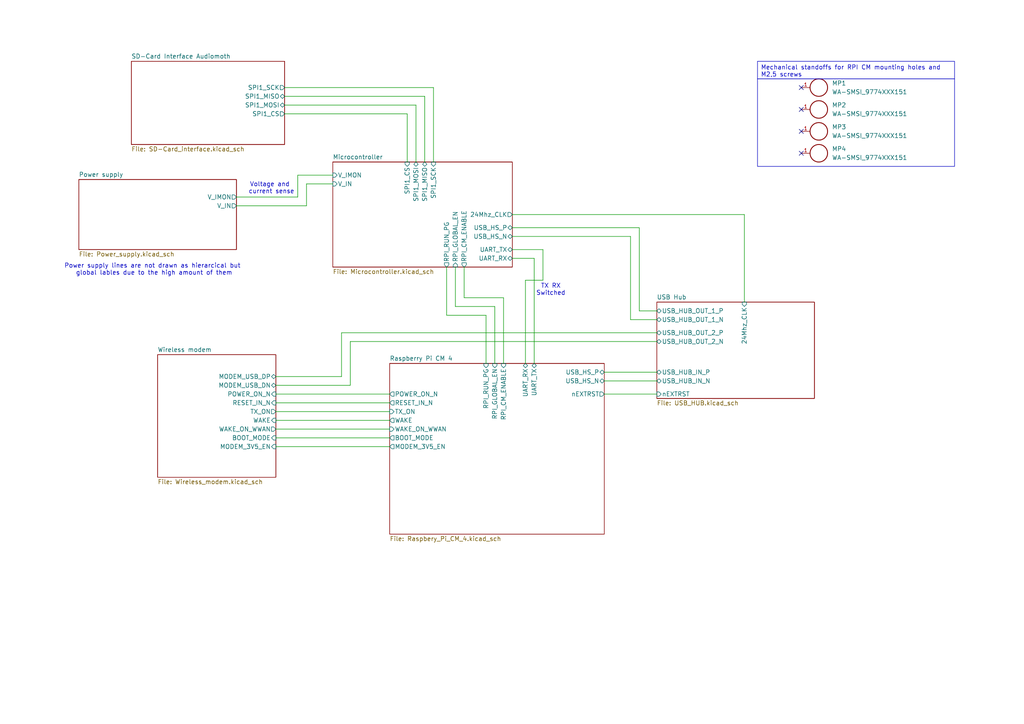
<source format=kicad_sch>
(kicad_sch (version 20250114) (generator "eeschema") (generator_version "9.0")
  (paper "A4")
  (lib_symbols
    (symbol "WA-SMSI_9774XXX151:WA-SMSI_9774XXX151" (pin_names (offset 1.016))
      (property "Reference" "MP" (at 0 3.556 0))
      (symbol "WA-SMSI_9774XXX151_0_0"
        (circle (center 0 0) (radius 2.54) (stroke (width 0.254)))
        (pin passive line (at -5.08 0 0) (length 2.54) (name "~") (number "1"))
      )
    )
  )
  (text "TX RX\nSwitched" (at 159.766 84.074 0) (effects (font (size 1.27 1.27))))
  (text "Voltage and \ncurrent sense" (at 78.74 54.61 0) (effects (font (size 1.27 1.27))))
  (text "Power supply lines are not drawn as hierarcical but \nglobal lables due to the high amount of them" (at 44.704 78.232 0) (effects (font (size 1.27 1.27))))
  (text_box " " (at 219.71 22.86 0) (size 57.15 25.4) (margins 0.9525 0.9525 0.9525 0.9525) (effects (font (size 1.27 1.27)) (justify left top)))
  (text_box "Mechanical standoffs for RPI CM mounting holes and M2,5 screws" (at 219.71 17.78 0) (size 57.15 5.08) (margins 0.9525 0.9525 0.9525 0.9525) (effects (font (size 1.27 1.27)) (justify left top)))
  (no_connect (at 232.41 38.1))
  (no_connect (at 232.41 25.4))
  (no_connect (at 232.41 31.75))
  (no_connect (at 232.41 44.45))
  (wire (pts (xy 157.48 72.39) (xy 157.48 81.28)))
  (wire (pts (xy 80.01 127) (xy 113.03 127)))
  (wire (pts (xy 118.11 33.02) (xy 118.11 46.99)))
  (wire (pts (xy 140.97 91.44) (xy 129.54 91.44)))
  (wire (pts (xy 175.26 107.95) (xy 190.5 107.95)))
  (wire (pts (xy 123.19 27.94) (xy 123.19 46.99)))
  (wire (pts (xy 80.01 111.76) (xy 101.6 111.76)))
  (wire (pts (xy 175.26 110.49) (xy 190.5 110.49)))
  (wire (pts (xy 182.88 92.71) (xy 182.88 68.58)))
  (wire (pts (xy 152.4 81.28) (xy 152.4 105.41)))
  (wire (pts (xy 99.06 109.22) (xy 80.01 109.22)))
  (wire (pts (xy 146.05 86.36) (xy 146.05 105.41)))
  (wire (pts (xy 80.01 129.54) (xy 113.03 129.54)))
  (wire (pts (xy 101.6 111.76) (xy 101.6 99.06)))
  (wire (pts (xy 86.36 57.15) (xy 86.36 50.8)))
  (wire (pts (xy 120.65 30.48) (xy 82.55 30.48)))
  (wire (pts (xy 182.88 68.58) (xy 148.59 68.58)))
  (wire (pts (xy 215.9 87.63) (xy 215.9 62.23)))
  (wire (pts (xy 125.73 25.4) (xy 82.55 25.4)))
  (wire (pts (xy 134.62 86.36) (xy 146.05 86.36)))
  (wire (pts (xy 80.01 114.3) (xy 113.03 114.3)))
  (wire (pts (xy 125.73 46.99) (xy 125.73 25.4)))
  (wire (pts (xy 157.48 81.28) (xy 152.4 81.28)))
  (wire (pts (xy 82.55 27.94) (xy 123.19 27.94)))
  (wire (pts (xy 86.36 50.8) (xy 96.52 50.8)))
  (wire (pts (xy 82.55 33.02) (xy 118.11 33.02)))
  (wire (pts (xy 99.06 96.52) (xy 99.06 109.22)))
  (wire (pts (xy 140.97 91.44) (xy 140.97 105.41)))
  (wire (pts (xy 134.62 77.47) (xy 134.62 86.36)))
  (wire (pts (xy 175.26 114.3) (xy 190.5 114.3)))
  (wire (pts (xy 80.01 124.46) (xy 113.03 124.46)))
  (wire (pts (xy 88.9 53.34) (xy 96.52 53.34)))
  (wire (pts (xy 190.5 92.71) (xy 182.88 92.71)))
  (wire (pts (xy 80.01 121.92) (xy 113.03 121.92)))
  (wire (pts (xy 80.01 119.38) (xy 113.03 119.38)))
  (wire (pts (xy 129.54 91.44) (xy 129.54 77.47)))
  (wire (pts (xy 190.5 96.52) (xy 99.06 96.52)))
  (wire (pts (xy 185.42 90.17) (xy 185.42 66.04)))
  (wire (pts (xy 88.9 59.69) (xy 68.58 59.69)))
  (wire (pts (xy 148.59 72.39) (xy 157.48 72.39)))
  (wire (pts (xy 148.59 74.93) (xy 154.94 74.93)))
  (wire (pts (xy 143.51 88.9) (xy 143.51 105.41)))
  (wire (pts (xy 185.42 66.04) (xy 148.59 66.04)))
  (wire (pts (xy 120.65 46.99) (xy 120.65 30.48)))
  (wire (pts (xy 101.6 99.06) (xy 190.5 99.06)))
  (wire (pts (xy 80.01 116.84) (xy 113.03 116.84)))
  (wire (pts (xy 215.9 62.23) (xy 148.59 62.23)))
  (wire (pts (xy 88.9 53.34) (xy 88.9 59.69)))
  (wire (pts (xy 132.08 88.9) (xy 143.51 88.9)))
  (wire (pts (xy 132.08 77.47) (xy 132.08 88.9)))
  (wire (pts (xy 68.58 57.15) (xy 86.36 57.15)))
  (wire (pts (xy 154.94 74.93) (xy 154.94 105.41)))
  (wire (pts (xy 190.5 90.17) (xy 185.42 90.17)))
  (symbol (lib_id "WA-SMSI_9774XXX151:WA-SMSI_9774XXX151") (at 237.49 44.45 0) (unit 1)
    (property "Reference" "MP4" (at 241.3 43.1799 0) (effects (justify left)))
    (property "Value" "WA-SMSI_9774XXX151" (at 241.3 45.7199 0) (effects (justify left)))
    (property "Footprint" "WA-SMSI_9774XXX151:WA-SMSI_9774030151" (effects (hide yes)))
    (property "Check_prices" "https://www.snapeda.com/parts/9774030151R/Wurth+Electronics/view-part/?ref=eda" (effects (hide yes)))
    (property "MF" "Wurth Electronics" (effects (hide yes)))
    (property "THREAD" "M2.5" (effects (hide yes)))
    (property "INNER-DIAMETER" "3.5mm" (effects (hide yes)))
    (property "Package" "None" (effects (hide yes)))
    (property "Price" "None" (effects (hide yes)))
    (property "PIN-LENGTH" "3mm" (effects (hide yes)))
    (property "INNER-THREAD-LENGTH" "-" (effects (hide yes)))
    (property "VALUE" "M2.5 x 3mm" (effects (hide yes)))
    (property "Availability" "In Stock" (effects (hide yes)))
    (property "SnapEDA_Link" "https://www.snapeda.com/parts/9774030151R/Wurth+Electronics/view-part/?ref=snap" (effects (hide yes)))
    (property "DATASHEET-URL" "https://www.we-online.com/catalog/datasheet/9774030151R.pdf" (effects (hide yes)))
    (property "MP" "9774030151R" (effects (hide yes)))
    (property "PART-NUMBER" "9774030151R" (effects (hide yes)))
    (property "OUTER-DIAMETER" "5.1mm" (effects (hide yes)))
    (property "Description_1" "steel, tin plated with internal thread M2.5 non stop outer Ø 5.1mm, reduced to 3.5mm on PCB-side for a borehole body length 3mm on Reel, with Polyimide Tape" (effects (hide yes)))
    (property "Part-no" "9774030151R" (effects (hide yes)))
  )
  (symbol (lib_id "WA-SMSI_9774XXX151:WA-SMSI_9774XXX151") (at 237.49 38.1 0) (unit 1)
    (property "Reference" "MP3" (at 241.3 36.8299 0) (effects (justify left)))
    (property "Value" "WA-SMSI_9774XXX151" (at 241.3 39.3699 0) (effects (justify left)))
    (property "Footprint" "WA-SMSI_9774XXX151:WA-SMSI_9774030151" (effects (hide yes)))
    (property "Check_prices" "https://www.snapeda.com/parts/9774030151R/Wurth+Electronics/view-part/?ref=eda" (effects (hide yes)))
    (property "MF" "Wurth Electronics" (effects (hide yes)))
    (property "THREAD" "M2.5" (effects (hide yes)))
    (property "INNER-DIAMETER" "3.5mm" (effects (hide yes)))
    (property "Package" "None" (effects (hide yes)))
    (property "Price" "None" (effects (hide yes)))
    (property "PIN-LENGTH" "3mm" (effects (hide yes)))
    (property "INNER-THREAD-LENGTH" "-" (effects (hide yes)))
    (property "VALUE" "M2.5 x 3mm" (effects (hide yes)))
    (property "Availability" "In Stock" (effects (hide yes)))
    (property "SnapEDA_Link" "https://www.snapeda.com/parts/9774030151R/Wurth+Electronics/view-part/?ref=snap" (effects (hide yes)))
    (property "DATASHEET-URL" "https://www.we-online.com/catalog/datasheet/9774030151R.pdf" (effects (hide yes)))
    (property "MP" "9774030151R" (effects (hide yes)))
    (property "PART-NUMBER" "9774030151R" (effects (hide yes)))
    (property "OUTER-DIAMETER" "5.1mm" (effects (hide yes)))
    (property "Description_1" "steel, tin plated with internal thread M2.5 non stop outer Ø 5.1mm, reduced to 3.5mm on PCB-side for a borehole body length 3mm on Reel, with Polyimide Tape" (effects (hide yes)))
    (property "Part-no" "9774030151R" (effects (hide yes)))
  )
  (symbol (lib_id "WA-SMSI_9774XXX151:WA-SMSI_9774XXX151") (at 237.49 25.4 0) (unit 1)
    (property "Reference" "MP1" (at 241.3 24.1299 0) (effects (justify left)))
    (property "Value" "WA-SMSI_9774XXX151" (at 241.3 26.6699 0) (effects (justify left)))
    (property "Footprint" "WA-SMSI_9774XXX151:WA-SMSI_9774030151" (effects (hide yes)))
    (property "Check_prices" "https://www.snapeda.com/parts/9774030151R/Wurth+Electronics/view-part/?ref=eda" (effects (hide yes)))
    (property "MF" "Wurth Electronics" (effects (hide yes)))
    (property "THREAD" "M2.5" (effects (hide yes)))
    (property "INNER-DIAMETER" "3.5mm" (effects (hide yes)))
    (property "Package" "None" (effects (hide yes)))
    (property "Price" "None" (effects (hide yes)))
    (property "PIN-LENGTH" "3mm" (effects (hide yes)))
    (property "INNER-THREAD-LENGTH" "-" (effects (hide yes)))
    (property "VALUE" "M2.5 x 3mm" (effects (hide yes)))
    (property "Availability" "In Stock" (effects (hide yes)))
    (property "SnapEDA_Link" "https://www.snapeda.com/parts/9774030151R/Wurth+Electronics/view-part/?ref=snap" (effects (hide yes)))
    (property "DATASHEET-URL" "https://www.we-online.com/catalog/datasheet/9774030151R.pdf" (effects (hide yes)))
    (property "MP" "9774030151R" (effects (hide yes)))
    (property "PART-NUMBER" "9774030151R" (effects (hide yes)))
    (property "OUTER-DIAMETER" "5.1mm" (effects (hide yes)))
    (property "Description_1" "steel, tin plated with internal thread M2.5 non stop outer Ø 5.1mm, reduced to 3.5mm on PCB-side for a borehole body length 3mm on Reel, with Polyimide Tape" (effects (hide yes)))
    (property "Part-no" "9774030151R" (effects (hide yes)))
  )
  (symbol (lib_id "WA-SMSI_9774XXX151:WA-SMSI_9774XXX151") (at 237.49 31.75 0) (unit 1)
    (property "Reference" "MP2" (at 241.3 30.4799 0) (effects (justify left)))
    (property "Value" "WA-SMSI_9774XXX151" (at 241.3 33.0199 0) (effects (justify left)))
    (property "Footprint" "WA-SMSI_9774XXX151:WA-SMSI_9774030151" (effects (hide yes)))
    (property "Check_prices" "https://www.snapeda.com/parts/9774030151R/Wurth+Electronics/view-part/?ref=eda" (effects (hide yes)))
    (property "MF" "Wurth Electronics" (effects (hide yes)))
    (property "THREAD" "M2.5" (effects (hide yes)))
    (property "INNER-DIAMETER" "3.5mm" (effects (hide yes)))
    (property "Package" "None" (effects (hide yes)))
    (property "Price" "None" (effects (hide yes)))
    (property "PIN-LENGTH" "3mm" (effects (hide yes)))
    (property "INNER-THREAD-LENGTH" "-" (effects (hide yes)))
    (property "VALUE" "M2.5 x 3mm" (effects (hide yes)))
    (property "Availability" "In Stock" (effects (hide yes)))
    (property "SnapEDA_Link" "https://www.snapeda.com/parts/9774030151R/Wurth+Electronics/view-part/?ref=snap" (effects (hide yes)))
    (property "DATASHEET-URL" "https://www.we-online.com/catalog/datasheet/9774030151R.pdf" (effects (hide yes)))
    (property "MP" "9774030151R" (effects (hide yes)))
    (property "PART-NUMBER" "9774030151R" (effects (hide yes)))
    (property "OUTER-DIAMETER" "5.1mm" (effects (hide yes)))
    (property "Description_1" "steel, tin plated with internal thread M2.5 non stop outer Ø 5.1mm, reduced to 3.5mm on PCB-side for a borehole body length 3mm on Reel, with Polyimide Tape" (effects (hide yes)))
    (property "Part-no" "9774030151R" (effects (hide yes)))
  )
  (sheet (at 45.72 102.87) (size 34.29 35.56) (stroke (width 0.1524))
    (property "Sheetname" "Wireless modem" (at 45.72 102.1584 0) (effects (justify left bottom)))
    (property "Sheetfile" "Wireless_modem.kicad_sch" (at 45.72 139.0146 0) (effects (justify left top)))
    (pin "BOOT_MODE" input (at 80.01 127 0))
    (pin "MODEM_USB_DN" bidirectional (at 80.01 111.76 0))
    (pin "MODEM_USB_DP" bidirectional (at 80.01 109.22 0))
    (pin "POWER_ON_N" input (at 80.01 114.3 0))
    (pin "RESET_IN_N" input (at 80.01 116.84 0))
    (pin "TX_ON" output (at 80.01 119.38 0))
    (pin "WAKE" input (at 80.01 121.92 0))
    (pin "WAKE_ON_WWAN" output (at 80.01 124.46 0))
    (pin "MODEM_3V5_EN" input (at 80.01 129.54 0))
  )
  (sheet (at 113.03 105.41) (size 62.23 49.53) (stroke (width 0.1524))
    (property "Sheetname" "Raspberry Pi CM 4" (at 113.03 104.6984 0) (effects (justify left bottom)))
    (property "Sheetfile" "Raspbery_Pi_CM_4.kicad_sch" (at 113.03 155.5246 0) (effects (justify left top)))
    (pin "BOOT_MODE" output (at 113.03 127 180))
    (pin "POWER_ON_N" output (at 113.03 114.3 180))
    (pin "RESET_IN_N" output (at 113.03 116.84 180))
    (pin "TX_ON" input (at 113.03 119.38 180))
    (pin "USB_HS_N" bidirectional (at 175.26 110.49 0))
    (pin "USB_HS_P" bidirectional (at 175.26 107.95 0))
    (pin "WAKE" output (at 113.03 121.92 180))
    (pin "WAKE_ON_WWAN" input (at 113.03 124.46 180))
    (pin "MODEM_3V5_EN" output (at 113.03 129.54 180))
    (pin "nEXTRST" output (at 175.26 114.3 0))
    (pin "UART_RX" bidirectional (at 152.4 105.41 90))
    (pin "UART_TX" bidirectional (at 154.94 105.41 90))
    (pin "RPI_CM_ENABLE" input (at 146.05 105.41 90))
    (pin "RPI_GLOBAL_EN" input (at 143.51 105.41 90))
    (pin "RPI_RUN_PG" input (at 140.97 105.41 90))
  )
  (sheet (at 22.86 52.07) (size 45.72 20.32) (stroke (width 0.1524))
    (property "Sheetname" "Power supply" (at 22.86 51.3584 0) (effects (justify left bottom)))
    (property "Sheetfile" "Power_supply.kicad_sch" (at 22.86 72.9746 0) (effects (justify left top)))
    (pin "V_IMON" output (at 68.58 57.15 0))
    (pin "V_IN" output (at 68.58 59.69 0))
  )
  (sheet (at 96.52 46.99) (size 52.07 30.48) (stroke (width 0.1524))
    (property "Sheetname" "Microcontroller" (at 96.52 46.2784 0) (effects (justify left bottom)))
    (property "Sheetfile" "Microcontroller.kicad_sch" (at 96.52 78.0546 0) (effects (justify left top)))
    (pin "USB_HS_N" bidirectional (at 148.59 68.58 0))
    (pin "USB_HS_P" bidirectional (at 148.59 66.04 0))
    (pin "UART_RX" bidirectional (at 148.59 74.93 0))
    (pin "UART_TX" bidirectional (at 148.59 72.39 0))
    (pin "RPI_CM_ENABLE" output (at 134.62 77.47 270))
    (pin "SPI1_CS" input (at 118.11 46.99 90))
    (pin "SPI1_MISO" bidirectional (at 123.19 46.99 90))
    (pin "SPI1_MOSI" bidirectional (at 120.65 46.99 90))
    (pin "SPI1_SCK" input (at 125.73 46.99 90))
    (pin "V_IMON" input (at 96.52 50.8 180))
    (pin "V_IN" input (at 96.52 53.34 180))
    (pin "24Mhz_CLK" output (at 148.59 62.23 0))
    (pin "RPI_GLOBAL_EN" input (at 132.08 77.47 270))
    (pin "RPI_RUN_PG" output (at 129.54 77.47 270))
  )
  (sheet (at 190.5 87.63) (size 45.72 27.94) (stroke (width 0.1524))
    (property "Sheetname" "USB Hub" (at 190.5 86.9184 0) (effects (justify left bottom)))
    (property "Sheetfile" "USB_HUB.kicad_sch" (at 190.5 116.1546 0) (effects (justify left top)))
    (pin "nEXTRST" input (at 190.5 114.3 180))
    (pin "USB_HUB_IN_P" bidirectional (at 190.5 107.95 180))
    (pin "USB_HUB_OUT_1_P" bidirectional (at 190.5 90.17 180))
    (pin "USB_HUB_OUT_2_P" bidirectional (at 190.5 96.52 180))
    (pin "USB_HUB_IN_N" bidirectional (at 190.5 110.49 180))
    (pin "USB_HUB_OUT_1_N" bidirectional (at 190.5 92.71 180))
    (pin "USB_HUB_OUT_2_N" bidirectional (at 190.5 99.06 180))
    (pin "24Mhz_CLK" input (at 215.9 87.63 90))
  )
  (sheet (at 38.1 17.78) (size 44.45 24.13) (stroke (width 0.1524))
    (property "Sheetname" "SD-Card Interface Audiomoth" (at 38.1 17.0684 0) (effects (justify left bottom)))
    (property "Sheetfile" "SD-Card_interface.kicad_sch" (at 38.1 42.4946 0) (effects (justify left top)))
    (pin "SPI1_CS" output (at 82.55 33.02 0))
    (pin "SPI1_MISO" bidirectional (at 82.55 27.94 0))
    (pin "SPI1_MOSI" bidirectional (at 82.55 30.48 0))
    (pin "SPI1_SCK" output (at 82.55 25.4 0))
  )
)
</source>
